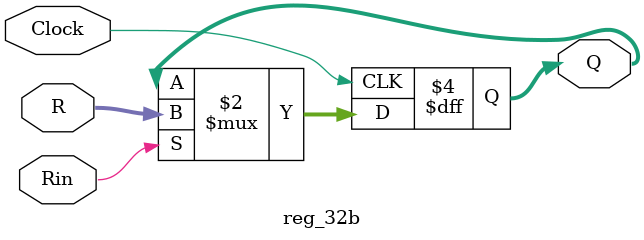
<source format=v>
module reg_32b(R, Rin, Clock, Q);
	parameter n = 32;
	input [n-1:0] R;
	input Rin, Clock;
	output [n-1:0] Q;
	reg [n-1:0] Q;

	always	@(posedge Clock)
	if (Rin)
		Q <= R;

endmodule

</source>
